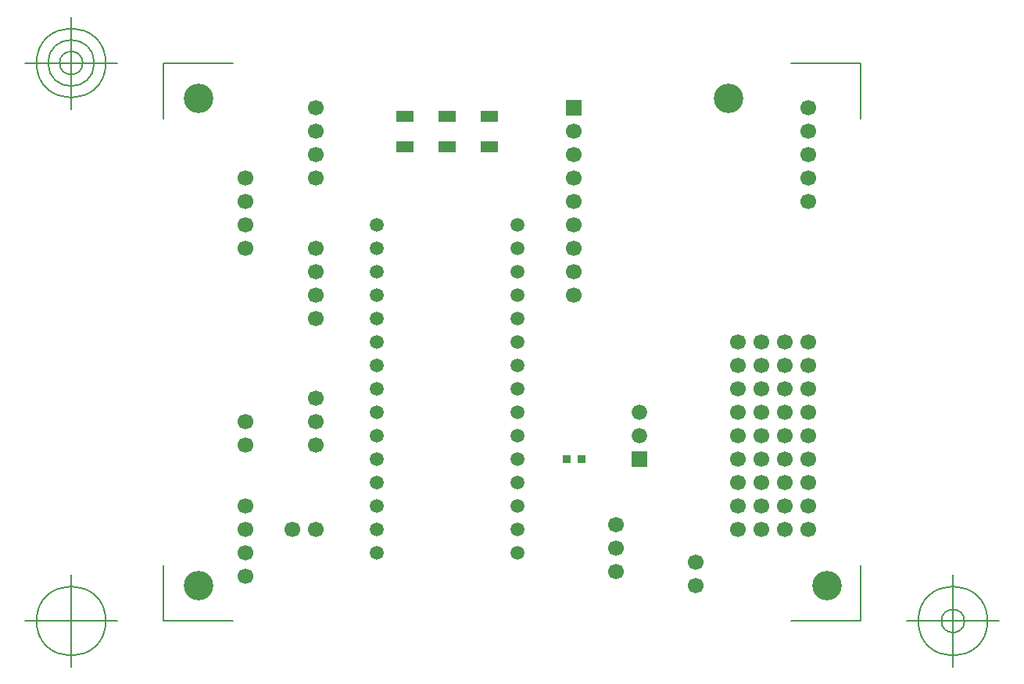
<source format=gbr>
G04 Generated by Ultiboard 14.2 *
%FSLAX34Y34*%
%MOMM*%

%ADD10C,0.0001*%
%ADD11C,0.1270*%
%ADD12C,3.2000*%
%ADD13R,0.9000X0.9500*%
%ADD14C,1.7000*%
%ADD15R,1.7000X1.7000*%
%ADD16C,1.5000*%
%ADD17R,1.8500X1.2000*%
%ADD18C,1.6764*%
%ADD19R,1.6764X1.6764*%


G04 ColorRGB FF00CC for the following layer *
%LNSolder Mask Top*%
%LPD*%
G54D10*
G54D11*
X-2540Y-2540D02*
X-2540Y57968D01*
X-2540Y-2540D02*
X72968Y-2540D01*
X752540Y-2540D02*
X677032Y-2540D01*
X752540Y-2540D02*
X752540Y57968D01*
X752540Y602540D02*
X752540Y542032D01*
X752540Y602540D02*
X677032Y602540D01*
X-2540Y602540D02*
X72968Y602540D01*
X-2540Y602540D02*
X-2540Y542032D01*
X-52540Y-2540D02*
X-152540Y-2540D01*
X-102540Y-52540D02*
X-102540Y47460D01*
X-140040Y-2540D02*
G75*
D01*
G02X-140040Y-2540I37500J0*
G01*
X802540Y-2540D02*
X902540Y-2540D01*
X852540Y-52540D02*
X852540Y47460D01*
X815040Y-2540D02*
G75*
D01*
G02X815040Y-2540I37500J0*
G01*
X840040Y-2540D02*
G75*
D01*
G02X840040Y-2540I12500J0*
G01*
X-52540Y602540D02*
X-152540Y602540D01*
X-102540Y552540D02*
X-102540Y652540D01*
X-140040Y602540D02*
G75*
D01*
G02X-140040Y602540I37500J0*
G01*
X-127540Y602540D02*
G75*
D01*
G02X-127540Y602540I25000J0*
G01*
X-115040Y602540D02*
G75*
D01*
G02X-115040Y602540I12500J0*
G01*
G54D12*
X35560Y35560D03*
X35560Y563880D03*
X716280Y35560D03*
X609600Y563880D03*
G54D13*
X433960Y172720D03*
X449960Y172720D03*
G54D14*
X441960Y528320D03*
X441960Y502920D03*
X441960Y477520D03*
X441960Y452120D03*
X441960Y426720D03*
X441960Y401320D03*
X441960Y375920D03*
X441960Y350520D03*
X695960Y452120D03*
X695960Y553720D03*
X695960Y528320D03*
X695960Y502920D03*
X695960Y477520D03*
X86360Y45720D03*
X86360Y71120D03*
X86360Y96520D03*
X86360Y121920D03*
X574040Y35560D03*
X574040Y60960D03*
X137160Y96520D03*
X162560Y96520D03*
X162560Y187960D03*
X162560Y213360D03*
X162560Y238760D03*
X86360Y187960D03*
X86360Y213360D03*
X162560Y325120D03*
X162560Y350520D03*
X162560Y375920D03*
X162560Y401320D03*
X86360Y477520D03*
X86360Y452120D03*
X86360Y426720D03*
X86360Y401320D03*
X162560Y477520D03*
X162560Y502920D03*
X162560Y528320D03*
X162560Y553720D03*
X487680Y50800D03*
X487680Y76200D03*
X487680Y101600D03*
X695960Y299720D03*
X695960Y274320D03*
X695960Y248920D03*
X695960Y223520D03*
X695960Y198120D03*
X670560Y299720D03*
X670560Y274320D03*
X670560Y248920D03*
X670560Y223520D03*
X670560Y198120D03*
X619760Y299720D03*
X619760Y274320D03*
X619760Y248920D03*
X619760Y223520D03*
X619760Y198120D03*
X645160Y198120D03*
X645160Y223520D03*
X645160Y248920D03*
X645160Y274320D03*
X645160Y299720D03*
X619760Y121920D03*
X645160Y121920D03*
X670560Y121920D03*
X695960Y121920D03*
X619760Y147320D03*
X645160Y147320D03*
X670560Y147320D03*
X695960Y147320D03*
X619760Y172720D03*
X645160Y172720D03*
X670560Y172720D03*
X695960Y172720D03*
X619760Y96520D03*
X645160Y96520D03*
X670560Y96520D03*
X695960Y96520D03*
G54D15*
X441960Y553720D03*
G54D16*
X228600Y426720D03*
X228600Y401320D03*
X228600Y375920D03*
X228600Y350520D03*
X228600Y325120D03*
X228600Y299720D03*
X228600Y274320D03*
X228600Y248920D03*
X228600Y223520D03*
X228600Y198120D03*
X228600Y172720D03*
X228600Y147320D03*
X228600Y121920D03*
X228600Y96520D03*
X228600Y71120D03*
X381000Y426720D03*
X381000Y401320D03*
X381000Y375920D03*
X381000Y350520D03*
X381000Y325120D03*
X381000Y299720D03*
X381000Y274320D03*
X381000Y248920D03*
X381000Y223520D03*
X381000Y198120D03*
X381000Y172720D03*
X381000Y147320D03*
X381000Y121920D03*
X381000Y96520D03*
X381000Y71120D03*
G54D17*
X259080Y511820D03*
X259080Y544820D03*
X304800Y511820D03*
X304800Y544820D03*
X350520Y511820D03*
X350520Y544820D03*
G54D18*
X513080Y198120D03*
X513080Y223520D03*
G54D19*
X513080Y172720D03*

M02*

</source>
